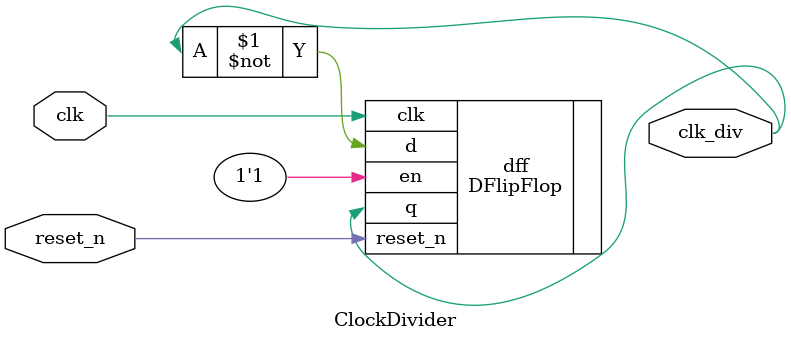
<source format=v>
`timescale 1ns/1ps

module ClockDivider (
    input clk, reset_n,
    output clk_div
);
    DFlipFlop dff (
        .clk(clk),
        .reset_n(reset_n),
        .q(clk_div),
        .d(~clk_div),
        .en(1'b1)
    );
endmodule

</source>
